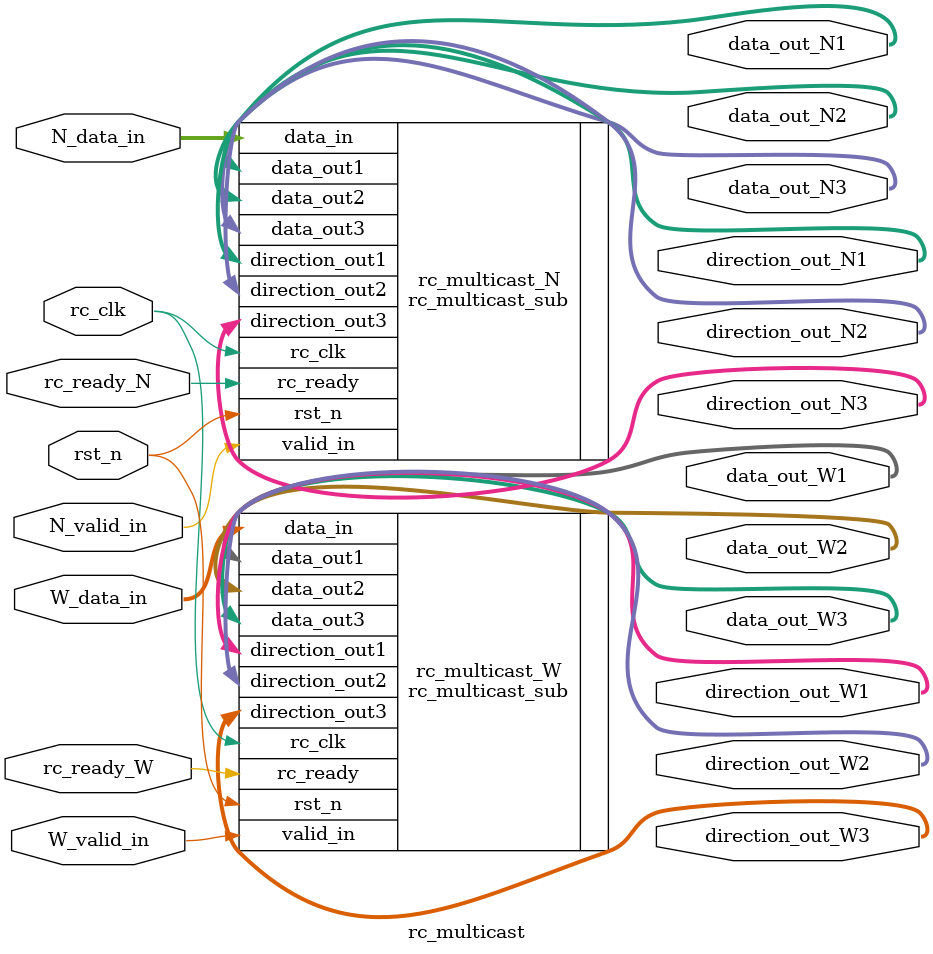
<source format=v>
`include "rc_multicast_sub.v"
module rc_multicast#(
  parameter DEPTH=4,
  parameter WIDTH=2,
  parameter DATASIZE=30,
  parameter router_ID=6
  )(
  output wire[DATASIZE-1:0] data_out_W1,
  output wire[4:0] direction_out_W1,
  
  output wire[DATASIZE-1:0] data_out_W2,
  output wire[4:0] direction_out_W2,

  output wire[DATASIZE-1:0] data_out_W3,
  output wire[4:0] direction_out_W3,

  input wire[DATASIZE-1:0] W_data_in,
  input wire W_valid_in,
  input wire rc_ready_W,

  output wire[DATASIZE-1:0] data_out_N1,
  output wire[4:0] direction_out_N1,
  
  output wire[DATASIZE-1:0] data_out_N2,
  output wire[4:0] direction_out_N2,

  output wire[DATASIZE-1:0] data_out_N3,
  output wire[4:0] direction_out_N3,

  input wire[DATASIZE-1:0] N_data_in,
  input wire N_valid_in,
  input wire rc_ready_N,

  input wire rc_clk,
  input wire rst_n
  );

  rc_multicast_sub #(
    .DEPTH(DEPTH),
    .WIDTH(WIDTH),
    .DATASIZE(DATASIZE),
    .router_ID(router_ID)

    ) rc_multicast_W (
    .data_out1(data_out_W1),
    .data_out2(data_out_W2),
    .data_out3(data_out_W3),
    .direction_out1(direction_out_W1),
    .direction_out2(direction_out_W2),
    .direction_out3(direction_out_W3),
    .data_in(W_data_in),
    .valid_in(W_valid_in),
    .rc_ready(rc_ready_W),
    
    .rc_clk(rc_clk),
    .rst_n(rst_n)
    );

  rc_multicast_sub #(
    .DEPTH(DEPTH),
    .WIDTH(WIDTH),
    .DATASIZE(DATASIZE),
    .router_ID(router_ID)

    ) rc_multicast_N (
    .data_out1(data_out_N1),
    .data_out2(data_out_N2),
    .data_out3(data_out_N3),
    .direction_out1(direction_out_N1),
    .direction_out2(direction_out_N2),
    .direction_out3(direction_out_N3),
    .data_in(N_data_in),
    .valid_in(N_valid_in),
    .rc_ready(rc_ready_N),
    
    .rc_clk(rc_clk),
    .rst_n(rst_n)
    );
endmodule
</source>
